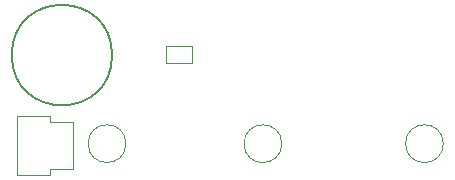
<source format=gbr>
%TF.GenerationSoftware,Altium Limited,Altium Designer,20.0.10 (225)*%
G04 Layer_Color=16711935*
%FSLAX26Y26*%
%MOIN*%
%TF.FileFunction,Other,Top_3D_Body*%
%TF.Part,Single*%
G01*
G75*
%TA.AperFunction,NonConductor*%
%ADD23C,0.005906*%
%ADD37C,0.003937*%
D23*
X3386323Y4807102D02*
G03*
X3386323Y4807102I-167323J0D01*
G01*
D37*
X3432189Y4511811D02*
G03*
X3432189Y4511811I-62992J0D01*
G01*
X3951874D02*
G03*
X3951874Y4511811I-62992J0D01*
G01*
X4490457D02*
G03*
X4490457Y4511811I-62992J0D01*
G01*
X3566693Y4779457D02*
Y4836543D01*
X3653307Y4779457D02*
Y4836543D01*
X3566693D02*
X3653307D01*
X3566693Y4779457D02*
X3653307D01*
X3067882Y4407047D02*
Y4603898D01*
X3178121Y4426735D02*
X3256861D01*
X3178118Y4584213D02*
X3256858D01*
X3067882Y4603898D02*
X3178118D01*
X3067882Y4407047D02*
X3178118D01*
X3256858Y4426732D02*
Y4584213D01*
X3178118D02*
Y4603898D01*
Y4407047D02*
Y4426732D01*
%TF.MD5,2baf18e8c847af025c3613fe22846789*%
M02*

</source>
